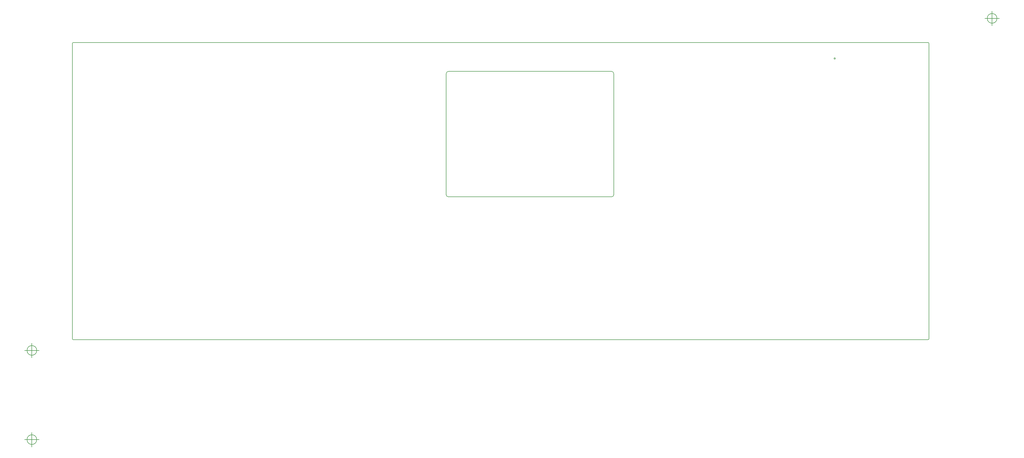
<source format=gbr>
G04 #@! TF.GenerationSoftware,KiCad,Pcbnew,5.1.6*
G04 #@! TF.CreationDate,2020-11-05T18:57:54+01:00*
G04 #@! TF.ProjectId,OTTO_FrontPanel_SMD,4f54544f-5f46-4726-9f6e-7450616e656c,rev?*
G04 #@! TF.SameCoordinates,Original*
G04 #@! TF.FileFunction,Profile,NP*
%FSLAX46Y46*%
G04 Gerber Fmt 4.6, Leading zero omitted, Abs format (unit mm)*
G04 Created by KiCad (PCBNEW 5.1.6) date 2020-11-05 18:57:54*
%MOMM*%
%LPD*%
G01*
G04 APERTURE LIST*
G04 #@! TA.AperFunction,Profile*
%ADD10C,0.150000*%
G04 #@! TD*
G04 APERTURE END LIST*
D10*
X308170000Y-8300000D02*
G75*
G02*
X308470000Y-8600000I0J-300000D01*
G01*
X308470000Y-110300000D02*
G75*
G02*
X308170000Y-110600000I-300000J0D01*
G01*
X14230000Y-110600000D02*
G75*
G02*
X13930000Y-110300000I0J300000D01*
G01*
X13930000Y-8600000D02*
G75*
G02*
X14230000Y-8300000I300000J0D01*
G01*
X308170000Y-8300000D02*
X14230000Y-8300000D01*
X13930000Y-8600000D02*
X13930000Y-110300000D01*
X308470000Y-110300000D02*
X308470000Y-8600000D01*
X14230000Y-110600000D02*
X308170000Y-110600000D01*
X1666666Y-145000000D02*
G75*
G03*
X1666666Y-145000000I-1666666J0D01*
G01*
X-2500000Y-145000000D02*
X2500000Y-145000000D01*
X0Y-142500000D02*
X0Y-147500000D01*
X200090000Y-60700000D02*
G75*
G02*
X199340000Y-61450000I-750000J0D01*
G01*
X143241041Y-61450000D02*
G75*
G02*
X142491041Y-60700000I0J750000D01*
G01*
X276320000Y-13800000D02*
G75*
G03*
X276320000Y-13800000I-250000J0D01*
G01*
X142490000Y-19000000D02*
G75*
G02*
X143240000Y-18250000I750000J0D01*
G01*
X199340000Y-18250000D02*
G75*
G02*
X200090000Y-19000000I0J-750000D01*
G01*
X143240000Y-18250000D02*
X199340000Y-18250000D01*
X143241041Y-61450000D02*
X199340000Y-61450000D01*
X142490000Y-19000000D02*
X142491041Y-60700000D01*
X200090000Y-19000000D02*
X200090000Y-60700000D01*
X1666666Y-114300000D02*
G75*
G03*
X1666666Y-114300000I-1666666J0D01*
G01*
X-2500000Y-114300000D02*
X2500000Y-114300000D01*
X0Y-111800000D02*
X0Y-116800000D01*
X331866666Y0D02*
G75*
G03*
X331866666Y0I-1666666J0D01*
G01*
X327700000Y0D02*
X332700000Y0D01*
X330200000Y2500000D02*
X330200000Y-2500000D01*
M02*

</source>
